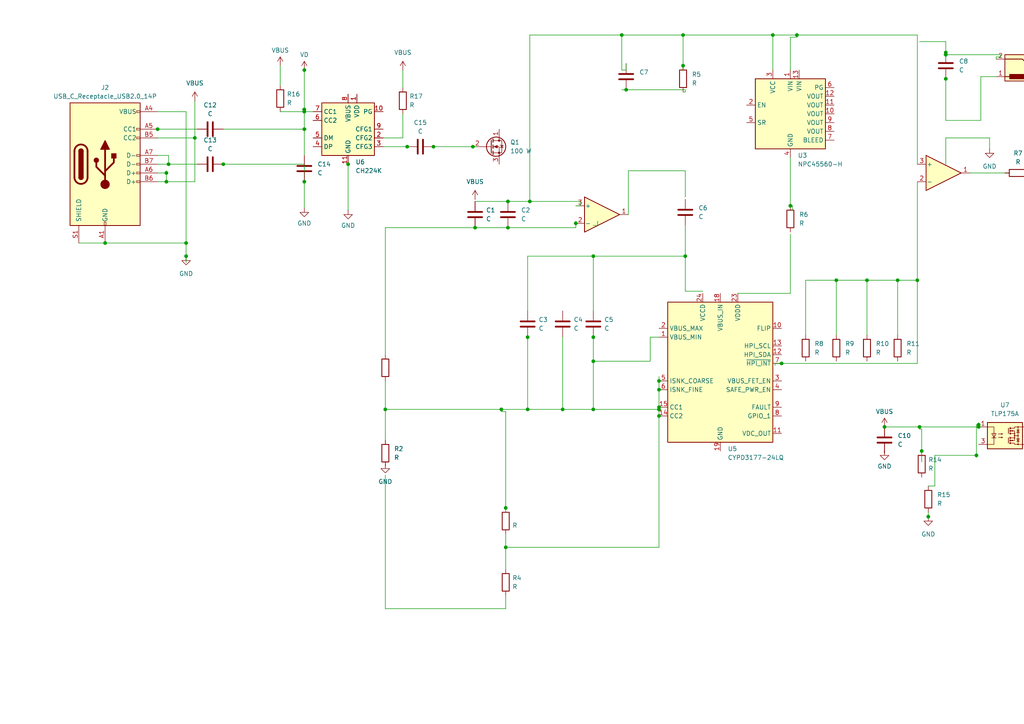
<source format=kicad_sch>
(kicad_sch (version 20250114) (generator "eeschema") (generator_version "9.0")
  (paper "A4")
  (lib_symbols
    (symbol "Amplifier_Audio:IRS2092S"
      (property "Reference" "U" (at 0 26.035 0))
      (property "Value" "IRS2092S" (at 0 24.13 0))
      (symbol "IRS2092S_0_1"
        (rectangle (start -7.62 -20.32) (end 7.62 22.86) (stroke (width 0.254)) (fill (type background)))
      )
      (symbol "IRS2092S_1_1"
        (pin power_in line (at -10.16 20.32 0) (length 2.54) (name "VAA") (number "1"))
        (pin input line (at -10.16 15.24 0) (length 2.54) (name "IN-") (number "3"))
        (pin output line (at -10.16 12.7 0) (length 2.54) (name "COMP") (number "4"))
        (pin power_in line (at -10.16 5.08 0) (length 2.54) (name "GND") (number "2"))
        (pin passive line (at -10.16 2.54 0) (length 2.54) (name "CSD") (number "5"))
        (pin power_in line (at -10.16 -7.62 0) (length 2.54) (name "VSS") (number "6"))
        (pin power_out line (at -10.16 -12.7 0) (length 2.54) (name "VREF") (number "7"))
        (pin passive line (at -10.16 -15.24 0) (length 2.54) (name "OCSET") (number "8"))
        (pin passive line (at -10.16 -17.78 0) (length 2.54) (name "DT") (number "9"))
        (pin power_in line (at 0 -22.86 90) (length 2.54) (name "COM") (number "10"))
        (pin passive line (at 10.16 20.32 180) (length 2.54) (name "CSH") (number "16"))
        (pin power_in line (at 10.16 17.78 180) (length 2.54) (name "VB") (number "15"))
        (pin output line (at 10.16 7.62 180) (length 2.54) (name "HO") (number "14"))
        (pin passive line (at 10.16 5.08 180) (length 2.54) (name "VS") (number "13"))
        (pin power_in line (at 10.16 -5.08 180) (length 2.54) (name "VCC") (number "12"))
        (pin output line (at 10.16 -15.24 180) (length 2.54) (name "LO") (number "11"))
      )
    )
    (symbol "Amplifier_Operational:LM358" (pin_names (offset 0.127))
      (property "Reference" "U" (at 0 5.08 0))
      (property "Value" "LM358" (at 0 -5.08 0))
      (symbol "LM358_1_1"
        (polyline (pts (xy -5.08 5.08) (xy 5.08 0) (xy -5.08 -5.08) (xy -5.08 5.08)) (stroke (width 0.254)) (fill (type background)))
        (pin input line (at -7.62 2.54 0) (length 2.54) (name "+") (number "3"))
        (pin input line (at -7.62 -2.54 0) (length 2.54) (name "-") (number "2"))
        (pin output line (at 7.62 0 180) (length 2.54) (name "~") (number "1"))
      )
      (symbol "LM358_2_1"
        (polyline (pts (xy -5.08 5.08) (xy 5.08 0) (xy -5.08 -5.08) (xy -5.08 5.08)) (stroke (width 0.254)) (fill (type background)))
        (pin input line (at -7.62 2.54 0) (length 2.54) (name "+") (number "5"))
        (pin input line (at -7.62 -2.54 0) (length 2.54) (name "-") (number "6"))
        (pin output line (at 7.62 0 180) (length 2.54) (name "~") (number "7"))
      )
      (symbol "LM358_3_1"
        (pin power_in line (at -2.54 7.62 270) (length 3.81) (name "V+") (number "8"))
        (pin power_in line (at -2.54 -7.62 90) (length 3.81) (name "V-") (number "4"))
      )
    )
    (symbol "Connector:Barrel_Jack" (pin_names (offset 1.016))
      (property "Reference" "J" (at 0 5.334 0))
      (property "Value" "Barrel_Jack" (at 0 -5.08 0))
      (symbol "Barrel_Jack_0_1"
        (rectangle (start -5.08 3.81) (end 5.08 -3.81) (stroke (width 0.254)) (fill (type background)))
        (polyline (pts (xy -3.81 -2.54) (xy -2.54 -2.54) (xy -1.27 -1.27) (xy 0 -2.54) (xy 2.54 -2.54) (xy 5.08 -2.54)) (stroke (width 0.254)))
        (arc (start -3.302 1.905) (mid -3.9343 2.54) (end -3.302 3.175) (stroke (width 0.254)))
        (arc (start -3.302 1.905) (mid -3.9343 2.54) (end -3.302 3.175) (stroke (width 0.254)) (fill (type outline)))
        (rectangle (start 3.683 3.175) (end -3.302 1.905) (stroke (width 0.254)) (fill (type outline)))
        (polyline (pts (xy 5.08 2.54) (xy 3.81 2.54)) (stroke (width 0.254)))
      )
      (symbol "Barrel_Jack_1_1"
        (pin passive line (at 7.62 2.54 180) (length 2.54) (name "~") (number "1"))
        (pin passive line (at 7.62 -2.54 180) (length 2.54) (name "~") (number "2"))
      )
    )
    (symbol "Connector:USB_C_Receptacle_USB2.0_14P" (pin_names (offset 1.016))
      (property "Reference" "J" (at 0 22.225 0))
      (property "Value" "USB_C_Receptacle_USB2.0_14P" (at 0 19.685 0))
      (symbol "USB_C_Receptacle_USB2.0_14P_0_0"
        (rectangle (start -0.254 -17.78) (end 0.254 -16.764))
        (rectangle (start 10.16 15.494) (end 9.144 14.986))
        (rectangle (start 10.16 10.414) (end 9.144 9.906))
        (rectangle (start 10.16 7.874) (end 9.144 7.366))
        (rectangle (start 10.16 2.794) (end 9.144 2.286))
        (rectangle (start 10.16 0.254) (end 9.144 -0.254))
        (rectangle (start 10.16 -2.286) (end 9.144 -2.794))
        (rectangle (start 10.16 -4.826) (end 9.144 -5.334))
      )
      (symbol "USB_C_Receptacle_USB2.0_14P_0_1"
        (rectangle (start -10.16 17.78) (end 10.16 -17.78) (stroke (width 0.254)) (fill (type background)))
        (polyline (pts (xy -8.89 -3.81) (xy -8.89 3.81)) (stroke (width 0.508)))
        (rectangle (start -7.62 -3.81) (end -6.35 3.81) (stroke (width 0.254)) (fill (type outline)))
        (arc (start -7.62 3.81) (mid -6.985 4.4423) (end -6.35 3.81) (stroke (width 0.254)))
        (arc (start -7.62 3.81) (mid -6.985 4.4423) (end -6.35 3.81) (stroke (width 0.254)) (fill (type outline)))
        (arc (start -8.89 3.81) (mid -6.985 5.7067) (end -5.08 3.81) (stroke (width 0.508)))
        (arc (start -5.08 -3.81) (mid -6.985 -5.7067) (end -8.89 -3.81) (stroke (width 0.508)))
        (arc (start -6.35 -3.81) (mid -6.985 -4.4423) (end -7.62 -3.81) (stroke (width 0.254)))
        (arc (start -6.35 -3.81) (mid -6.985 -4.4423) (end -7.62 -3.81) (stroke (width 0.254)) (fill (type outline)))
        (polyline (pts (xy -5.08 3.81) (xy -5.08 -3.81)) (stroke (width 0.508)))
        (circle (center -2.54 1.143) (radius 0.635) (stroke (width 0.254)) (fill (type outline)))
        (polyline (pts (xy -1.27 4.318) (xy 0 6.858) (xy 1.27 4.318) (xy -1.27 4.318)) (stroke (width 0.254)) (fill (type outline)))
        (polyline (pts (xy 0 -2.032) (xy 2.54 0.508) (xy 2.54 1.778)) (stroke (width 0.508)))
        (polyline (pts (xy 0 -3.302) (xy -2.54 -0.762) (xy -2.54 0.508)) (stroke (width 0.508)))
        (polyline (pts (xy 0 -5.842) (xy 0 4.318)) (stroke (width 0.508)))
        (circle (center 0 -5.842) (radius 1.27) (fill (type outline)))
        (rectangle (start 1.905 1.778) (end 3.175 3.048) (stroke (width 0.254)) (fill (type outline)))
      )
      (symbol "USB_C_Receptacle_USB2.0_14P_1_1"
        (pin passive line (at -7.62 -22.86 90) (length 5.08) (name "SHIELD") (number "S1"))
        (pin passive line (at 0 -22.86 90) (length 5.08) (name "GND") (number "A1"))
        (pin passive line (at 0 -22.86 90) (length 5.08) (hide yes) (name "GND") (number "A12"))
        (pin passive line (at 0 -22.86 90) (length 5.08) (hide yes) (name "GND") (number "B1"))
        (pin passive line (at 0 -22.86 90) (length 5.08) (hide yes) (name "GND") (number "B12"))
        (pin passive line (at 15.24 15.24 180) (length 5.08) (name "VBUS") (number "A4"))
        (pin passive line (at 15.24 15.24 180) (length 5.08) (hide yes) (name "VBUS") (number "A9"))
        (pin passive line (at 15.24 15.24 180) (length 5.08) (hide yes) (name "VBUS") (number "B4"))
        (pin passive line (at 15.24 15.24 180) (length 5.08) (hide yes) (name "VBUS") (number "B9"))
        (pin bidirectional line (at 15.24 10.16 180) (length 5.08) (name "CC1") (number "A5"))
        (pin bidirectional line (at 15.24 7.62 180) (length 5.08) (name "CC2") (number "B5"))
        (pin bidirectional line (at 15.24 2.54 180) (length 5.08) (name "D-") (number "A7"))
        (pin bidirectional line (at 15.24 0 180) (length 5.08) (name "D-") (number "B7"))
        (pin bidirectional line (at 15.24 -2.54 180) (length 5.08) (name "D+") (number "A6"))
        (pin bidirectional line (at 15.24 -5.08 180) (length 5.08) (name "D+") (number "B6"))
      )
    )
    (symbol "Device:C" (pin_numbers (hide yes)) (pin_names (offset 0.254))
      (property "Reference" "C" (at 0.635 2.54 0))
      (property "Value" "C" (at 0.635 -2.54 0))
      (symbol "C_0_1"
        (polyline (pts (xy -2.032 0.762) (xy 2.032 0.762)) (stroke (width 0.508)))
        (polyline (pts (xy -2.032 -0.762) (xy 2.032 -0.762)) (stroke (width 0.508)))
      )
      (symbol "C_1_1"
        (pin passive line (at 0 3.81 270) (length 2.794) (name "~") (number "1"))
        (pin passive line (at 0 -3.81 90) (length 2.794) (name "~") (number "2"))
      )
    )
    (symbol "Device:R" (pin_numbers (hide yes)) (pin_names (offset 0))
      (property "Reference" "R" (at 2.032 0 90))
      (property "Value" "R" (at 0 0 90))
      (symbol "R_0_1"
        (rectangle (start -1.016 -2.54) (end 1.016 2.54) (stroke (width 0.254)))
      )
      (symbol "R_1_1"
        (pin passive line (at 0 3.81 270) (length 1.27) (name "~") (number "1"))
        (pin passive line (at 0 -3.81 90) (length 1.27) (name "~") (number "2"))
      )
    )
    (symbol "Interface_USB:CH224K"
      (property "Reference" "U" (at -7.874 -8.89 0))
      (property "Value" "CH224K" (at 3.048 -8.89 0))
      (symbol "CH224K_1_1"
        (rectangle (start -7.62 7.62) (end 7.62 -7.62) (stroke (width 0.254)) (fill (type background)))
        (pin bidirectional line (at -10.16 5.08 0) (length 2.54) (name "CC1") (number "7"))
        (pin bidirectional line (at -10.16 2.54 0) (length 2.54) (name "CC2") (number "6"))
        (pin bidirectional line (at -10.16 -2.54 0) (length 2.54) (name "DM") (number "5"))
        (pin bidirectional line (at -10.16 -5.08 0) (length 2.54) (name "DP") (number "4"))
        (pin passive line (at 0 10.16 270) (length 2.54) (name "VBUS") (number "8"))
        (pin power_in line (at 0 -10.16 90) (length 2.54) (name "GND") (number "11"))
        (pin power_in line (at 2.54 10.16 270) (length 2.54) (name "VDD") (number "1"))
        (pin open_collector line (at 10.16 5.08 180) (length 2.54) (name "PG") (number "10"))
        (pin passive line (at 10.16 0 180) (length 2.54) (name "CFG1") (number "9"))
        (pin passive line (at 10.16 -2.54 180) (length 2.54) (name "CFG2") (number "2"))
        (pin passive line (at 10.16 -5.08 180) (length 2.54) (name "CFG3") (number "3"))
      )
    )
    (symbol "Interface_USB:CYPD3177-24LQ"
      (property "Reference" "U" (at -13.97 21.59 0))
      (property "Value" "CYPD3177-24LQ" (at 10.16 -21.59 0))
      (symbol "CYPD3177-24LQ_0_1"
        (rectangle (start -15.24 20.32) (end 15.24 -20.32) (stroke (width 0.254)) (fill (type background)))
      )
      (symbol "CYPD3177-24LQ_1_1"
        (pin input line (at -17.78 12.7 0) (length 2.54) (name "VBUS_MAX") (number "2"))
        (pin input line (at -17.78 10.16 0) (length 2.54) (name "VBUS_MIN") (number "1"))
        (pin input line (at -17.78 -2.54 0) (length 2.54) (name "ISNK_COARSE") (number "5"))
        (pin input line (at -17.78 -5.08 0) (length 2.54) (name "ISNK_FINE") (number "6"))
        (pin bidirectional line (at -17.78 -10.16 0) (length 2.54) (name "CC1") (number "15"))
        (pin bidirectional line (at -17.78 -12.7 0) (length 2.54) (name "CC2") (number "14"))
        (pin no_connect line (at -15.24 5.08 0) (length 2.54) (hide yes) (name "NC") (number "17"))
        (pin no_connect line (at -15.24 2.54 0) (length 2.54) (hide yes) (name "NC") (number "16"))
        (pin power_out line (at -5.08 22.86 270) (length 2.54) (name "VCCD") (number "24"))
        (pin power_in line (at 0 22.86 270) (length 2.54) (name "VBUS_IN") (number "18"))
        (pin power_in line (at 0 -22.86 90) (length 2.54) (name "GND") (number "19"))
        (pin passive line (at 0 -22.86 90) (length 2.54) (hide yes) (name "GND") (number "22"))
        (pin passive line (at 0 -22.86 90) (length 2.54) (hide yes) (name "GND") (number "25"))
        (pin power_out line (at 5.08 22.86 270) (length 2.54) (name "VDDD") (number "23"))
        (pin no_connect line (at 15.24 17.78 180) (length 2.54) (hide yes) (name "NC") (number "20"))
        (pin no_connect line (at 15.24 15.24 180) (length 2.54) (hide yes) (name "NC") (number "21"))
        (pin output line (at 17.78 12.7 180) (length 2.54) (name "FLIP") (number "10"))
        (pin bidirectional line (at 17.78 7.62 180) (length 2.54) (name "HPI_SCL") (number "13"))
        (pin bidirectional line (at 17.78 5.08 180) (length 2.54) (name "HPI_SDA") (number "12"))
        (pin input line (at 17.78 2.54 180) (length 2.54) (name "~{HPI_INT}") (number "7"))
        (pin output line (at 17.78 -2.54 180) (length 2.54) (name "VBUS_FET_EN") (number "3"))
        (pin output line (at 17.78 -5.08 180) (length 2.54) (name "SAFE_PWR_EN") (number "4"))
        (pin output line (at 17.78 -10.16 180) (length 2.54) (name "FAULT") (number "9"))
        (pin bidirectional line (at 17.78 -12.7 180) (length 2.54) (name "GPIO_1") (number "8"))
        (pin output line (at 17.78 -17.78 180) (length 2.54) (name "VDC_OUT") (number "11"))
      )
    )
    (symbol "Motor:Fan" (pin_names (offset 0))
      (property "Reference" "M" (at 2.54 5.08 0))
      (property "Value" "Fan" (at 2.54 -2.54 0))
      (symbol "Fan_0_1"
        (arc (start 0 3.81) (mid -0.0015 0.9048) (end -2.54 -0.508))
        (polyline (pts (xy 0 4.572) (xy 0 5.08)))
        (polyline (pts (xy 0 4.2672) (xy 0 4.6228)))
        (circle (center 0 1.016) (radius 3.2512) (stroke (width 0.254)))
        (arc (start -2.54 -0.508) (mid 0 1.0618) (end 2.54 -0.508))
        (polyline (pts (xy 0 -2.2352) (xy 0 -2.6416)))
        (polyline (pts (xy 0 -5.08) (xy 0 -4.572)))
        (arc (start 2.54 -0.508) (mid 0.047 0.9315) (end 0 3.81))
      )
      (symbol "Fan_1_1"
        (pin passive line (at 0 7.62 270) (length 2.54) (name "+") (number "1"))
        (pin passive line (at 0 -5.08 90) (length 2.54) (name "-") (number "2"))
      )
    )
    (symbol "Power_Management:NPC45560-H"
      (property "Reference" "U" (at 8.89 11.43 0))
      (property "Value" "NPC45560-H" (at 13.97 -11.43 0))
      (symbol "NPC45560-H_0_1"
        (rectangle (start -10.16 10.16) (end 10.16 -10.16) (stroke (width 0.254)) (fill (type background)))
      )
      (symbol "NPC45560-H_1_1"
        (pin input line (at -12.7 2.54 0) (length 2.54) (name "EN") (number "2"))
        (pin input line (at -12.7 -2.54 0) (length 2.54) (name "SR") (number "5"))
        (pin power_in line (at -5.08 12.7 270) (length 2.54) (name "VCC") (number "3"))
        (pin power_in line (at 0 12.7 270) (length 2.54) (name "VIN") (number "1"))
        (pin power_in line (at 0 -12.7 90) (length 2.54) (name "GND") (number "4"))
        (pin power_in line (at 2.54 12.7 270) (length 2.54) (name "VIN") (number "13"))
        (pin open_collector line (at 12.7 7.62 180) (length 2.54) (name "PG") (number "6"))
        (pin power_out line (at 12.7 5.08 180) (length 2.54) (name "VOUT") (number "12"))
        (pin passive line (at 12.7 2.54 180) (length 2.54) (name "VOUT") (number "11"))
        (pin passive line (at 12.7 0 180) (length 2.54) (name "VOUT") (number "10"))
        (pin passive line (at 12.7 -2.54 180) (length 2.54) (name "VOUT") (number "9"))
        (pin passive line (at 12.7 -5.08 180) (length 2.54) (name "VOUT") (number "8"))
        (pin input line (at 12.7 -7.62 180) (length 2.54) (name "BLEED") (number "7"))
      )
    )
    (symbol "Relay_SolidState:TLP175A"
      (property "Reference" "U" (at -5.08 4.953 0))
      (property "Value" "TLP175A" (at -5.08 -5.08 0))
      (symbol "TLP175A_0_1"
        (rectangle (start -5.08 3.81) (end 5.08 -3.81) (stroke (width 0.254)) (fill (type background)))
        (polyline (pts (xy -5.08 2.54) (xy -3.175 2.54) (xy -3.175 -2.54) (xy -5.08 -2.54)))
        (polyline (pts (xy -3.81 -0.635) (xy -2.54 -0.635)))
        (polyline (pts (xy -3.175 -0.635) (xy -3.81 0.635) (xy -2.54 0.635) (xy -3.175 -0.635)))
        (polyline (pts (xy -1.905 0.508) (xy -0.635 0.508) (xy -1.016 0.381) (xy -1.016 0.635) (xy -0.635 0.508)))
        (polyline (pts (xy -1.905 -0.508) (xy -0.635 -0.508) (xy -1.016 -0.635) (xy -1.016 -0.381) (xy -0.635 -0.508)))
        (polyline (pts (xy 1.016 2.159) (xy 1.016 0.635)) (stroke (width 0.2032)))
        (polyline (pts (xy 1.016 -0.635) (xy 1.016 -2.159)) (stroke (width 0.2032)))
        (polyline (pts (xy 1.524 2.286) (xy 1.524 2.032) (xy 1.524 2.032)) (stroke (width 0.3556)))
        (polyline (pts (xy 1.524 1.524) (xy 1.524 1.27) (xy 1.524 1.27)) (stroke (width 0.3556)))
        (polyline (pts (xy 1.524 0.762) (xy 1.524 0.508) (xy 1.524 0.508)) (stroke (width 0.3556)))
        (polyline (pts (xy 1.524 -0.508) (xy 1.524 -0.762)) (stroke (width 0.3556)))
        (polyline (pts (xy 1.524 -1.27) (xy 1.524 -1.524) (xy 1.524 -1.524)) (stroke (width 0.3556)))
        (polyline (pts (xy 1.524 -2.032) (xy 1.524 -2.286) (xy 1.524 -2.286)) (stroke (width 0.3556)))
        (polyline (pts (xy 1.651 2.159) (xy 2.794 2.159) (xy 2.794 2.54) (xy 5.08 2.54)))
        (polyline (pts (xy 1.651 1.397) (xy 2.794 1.397) (xy 2.794 0.635)))
        (polyline (pts (xy 1.651 -0.635) (xy 2.794 -0.635) (xy 2.794 0.635) (xy 1.651 0.635)))
        (polyline (pts (xy 1.651 -1.397) (xy 2.794 -1.397) (xy 2.794 -0.635)))
        (polyline (pts (xy 1.651 -2.159) (xy 2.794 -2.159) (xy 2.794 -2.54) (xy 5.08 -2.54)))
        (polyline (pts (xy 1.778 1.397) (xy 2.286 1.524) (xy 2.286 1.27) (xy 1.778 1.397)))
        (polyline (pts (xy 1.778 -1.397) (xy 2.286 -1.27) (xy 2.286 -1.524) (xy 1.778 -1.397)))
        (circle (center 2.794 0.635) (radius 0.127))
        (polyline (pts (xy 2.794 0) (xy 3.81 0)))
        (circle (center 2.794 0) (radius 0.127))
        (circle (center 2.794 -0.635) (radius 0.127))
        (polyline (pts (xy 3.429 1.651) (xy 4.191 1.651)))
        (polyline (pts (xy 3.429 -1.651) (xy 4.191 -1.651)))
        (circle (center 3.81 2.54) (radius 0.127))
        (polyline (pts (xy 3.81 1.651) (xy 3.429 0.889) (xy 4.191 0.889) (xy 3.81 1.651)))
        (circle (center 3.81 0) (radius 0.127))
        (polyline (pts (xy 3.81 -1.651) (xy 3.429 -0.889) (xy 4.191 -0.889) (xy 3.81 -1.651)))
        (polyline (pts (xy 3.81 -2.54) (xy 3.81 2.54)))
        (circle (center 3.81 -2.54) (radius 0.127))
      )
      (symbol "TLP175A_1_1"
        (pin passive line (at -7.62 2.54 0) (length 2.54) (name "~") (number "1"))
        (pin passive line (at -7.62 -2.54 0) (length 2.54) (name "~") (number "3"))
        (pin passive line (at 7.62 2.54 180) (length 2.54) (name "~") (number "6"))
        (pin passive line (at 7.62 -2.54 180) (length 2.54) (name "~") (number "4"))
      )
    )
    (symbol "Transistor_FET:BS108" (pin_names (hide yes))
      (property "Reference" "Q" (at 5.08 1.905 0))
      (property "Value" "BS108" (at 5.08 0 0))
      (symbol "BS108_0_1"
        (polyline (pts (xy 0.254 1.905) (xy 0.254 -1.905)) (stroke (width 0.254)))
        (polyline (pts (xy 0.254 0) (xy -2.54 0)))
        (polyline (pts (xy 0.762 2.286) (xy 0.762 1.27)) (stroke (width 0.254)))
        (polyline (pts (xy 0.762 0.508) (xy 0.762 -0.508)) (stroke (width 0.254)))
        (polyline (pts (xy 0.762 -1.27) (xy 0.762 -2.286)) (stroke (width 0.254)))
        (polyline (pts (xy 0.762 -1.778) (xy 3.302 -1.778) (xy 3.302 1.778) (xy 0.762 1.778)))
        (polyline (pts (xy 1.016 0) (xy 2.032 0.381) (xy 2.032 -0.381) (xy 1.016 0)) (fill (type outline)))
        (circle (center 1.651 0) (radius 2.794) (stroke (width 0.254)))
        (polyline (pts (xy 2.54 2.54) (xy 2.54 1.778)))
        (circle (center 2.54 1.778) (radius 0.254) (fill (type outline)))
        (circle (center 2.54 -1.778) (radius 0.254) (fill (type outline)))
        (polyline (pts (xy 2.54 -2.54) (xy 2.54 0) (xy 0.762 0)))
        (polyline (pts (xy 2.794 0.508) (xy 2.921 0.381) (xy 3.683 0.381) (xy 3.81 0.254)))
        (polyline (pts (xy 3.302 0.381) (xy 2.921 -0.254) (xy 3.683 -0.254) (xy 3.302 0.381)))
      )
      (symbol "BS108_1_1"
        (pin input line (at -5.08 0 0) (length 2.54) (name "G") (number "2"))
        (pin passive line (at 2.54 5.08 270) (length 2.54) (name "D") (number "1"))
        (pin passive line (at 2.54 -5.08 90) (length 2.54) (name "S") (number "3"))
      )
    )
    (symbol "power:GND" (power) (pin_numbers (hide yes)) (pin_names (offset 0) (hide yes))
      (property "Value" "GND" (at 0 -3.81 0))
      (symbol "GND_0_1"
        (polyline (pts (xy 0 0) (xy 0 -1.27) (xy 1.27 -1.27) (xy 0 -2.54) (xy -1.27 -1.27) (xy 0 -1.27)))
      )
      (symbol "GND_1_1"
        (pin power_in line (at 0 0 270) (length 0) (name "~") (number "1"))
      )
    )
    (symbol "power:VBUS" (power) (pin_numbers (hide yes)) (pin_names (offset 0) (hide yes))
      (property "Value" "VBUS" (at 0 3.556 0))
      (symbol "VBUS_0_1"
        (polyline (pts (xy -0.762 1.27) (xy 0 2.54)))
        (polyline (pts (xy 0 2.54) (xy 0.762 1.27)))
        (polyline (pts (xy 0 0) (xy 0 2.54)))
      )
      (symbol "VBUS_1_1"
        (pin power_in line (at 0 0 90) (length 0) (name "~") (number "1"))
      )
    )
    (symbol "power:VD" (power) (pin_numbers (hide yes)) (pin_names (offset 0) (hide yes))
      (property "Value" "VD" (at 0 3.556 0))
      (symbol "VD_0_1"
        (polyline (pts (xy -0.762 1.27) (xy 0 2.54)))
        (polyline (pts (xy 0 2.54) (xy 0.762 1.27)))
        (polyline (pts (xy 0 0) (xy 0 2.54)))
      )
      (symbol "VD_1_1"
        (pin power_in line (at 0 0 90) (length 0) (name "~") (number "1"))
      )
    )
  )
  (junction (at 153.035 97.79))
  (junction (at 266.065 81.28))
  (junction (at 145.415 118.745))
  (junction (at 137.795 66.04))
  (junction (at 53.975 70.485))
  (junction (at 283.845 123.19))
  (junction (at 48.26 52.705))
  (junction (at 198.12 10.16))
  (junction (at 283.21 132.08))
  (junction (at 53.975 74.295))
  (junction (at 191.135 113.03))
  (junction (at 274.32 15.24))
  (junction (at 229.235 59.69))
  (junction (at 172.085 104.775))
  (junction (at 64.77 47.625))
  (junction (at 198.755 74.295))
  (junction (at 147.32 66.04))
  (junction (at 180.34 10.16))
  (junction (at 198.12 19.05))
  (junction (at 30.48 70.485))
  (junction (at 251.46 81.28))
  (junction (at 299.085 128.905))
  (junction (at 88.265 31.75))
  (junction (at 191.135 120.65))
  (junction (at 274.32 22.86))
  (junction (at 231.14 10.16))
  (junction (at 48.895 47.625))
  (junction (at 137.16 42.545))
  (junction (at 260.35 81.28))
  (junction (at 153.67 58.42))
  (junction (at 256.54 123.825))
  (junction (at 283.845 123.825))
  (junction (at 88.265 37.465))
  (junction (at 56.515 40.005))
  (junction (at 181.61 26.035))
  (junction (at 146.685 158.75))
  (junction (at 88.265 20.32))
  (junction (at 226.695 105.41))
  (junction (at 48.26 50.165))
  (junction (at 269.24 149.86))
  (junction (at 313.69 123.825))
  (junction (at 172.085 74.295))
  (junction (at 118.11 42.545))
  (junction (at 266.7 123.825))
  (junction (at 224.155 10.16))
  (junction (at 329.565 53.975))
  (junction (at 191.135 110.49))
  (junction (at 125.73 42.545))
  (junction (at 147.32 58.42))
  (junction (at 191.135 118.745))
  (junction (at 88.265 32.385))
  (junction (at 340.995 140.335))
  (junction (at 167.005 64.77))
  (junction (at 242.57 81.28))
  (junction (at 274.32 15.875))
  (junction (at 191.135 118.11))
  (junction (at 313.69 129.54))
  (junction (at 45.72 37.465))
  (junction (at 172.085 118.745))
  (junction (at 146.685 147.32))
  (junction (at 88.265 52.705))
  (junction (at 313.69 123.19))
  (junction (at 267.335 130.81))
  (junction (at 100.965 47.625))
  (junction (at 153.035 118.745))
  (junction (at 301.625 50.165))
  (junction (at 163.195 118.745))
  (junction (at 111.76 118.745))
  (junction (at 172.085 97.79))
  (wire (pts (xy 111.76 66.04) (xy 137.795 66.04)))
  (wire (pts (xy 168.275 59.69) (xy 167.005 59.69)))
  (wire (pts (xy 256.54 123.825) (xy 266.7 123.825)))
  (wire (pts (xy 229.87 60.96) (xy 229.87 59.69)))
  (wire (pts (xy 283.21 132.08) (xy 271.145 132.08)))
  (wire (pts (xy 180.34 10.16) (xy 198.12 10.16)))
  (wire (pts (xy 297.815 128.905) (xy 299.085 128.905)))
  (wire (pts (xy 116.84 33.02) (xy 116.84 40.005)))
  (wire (pts (xy 284.48 22.225) (xy 284.48 34.925)))
  (wire (pts (xy 340.995 140.335) (xy 340.995 122.555)))
  (wire (pts (xy 313.69 122.555) (xy 313.69 123.19)))
  (wire (pts (xy 111.76 118.745) (xy 111.76 127.635)))
  (wire (pts (xy 266.065 52.705) (xy 266.065 81.28)))
  (wire (pts (xy 182.245 62.23) (xy 182.245 49.53)))
  (wire (pts (xy 299.085 128.905) (xy 305.435 128.905)))
  (wire (pts (xy 251.46 81.28) (xy 260.35 81.28)))
  (wire (pts (xy 290.195 15.875) (xy 290.195 16.51)))
  (wire (pts (xy 233.68 81.28) (xy 242.57 81.28)))
  (wire (pts (xy 180.34 20.32) (xy 181.61 20.32)))
  (wire (pts (xy 153.035 118.745) (xy 163.195 118.745)))
  (wire (pts (xy 88.265 20.32) (xy 88.265 31.75)))
  (wire (pts (xy 118.11 42.545) (xy 118.745 42.545)))
  (wire (pts (xy 274.32 12.065) (xy 274.32 15.24)))
  (wire (pts (xy 45.72 47.625) (xy 48.895 47.625)))
  (wire (pts (xy 180.34 10.16) (xy 180.34 20.32)))
  (wire (pts (xy 45.72 40.005) (xy 56.515 40.005)))
  (wire (pts (xy 191.135 118.11) (xy 191.135 118.745)))
  (wire (pts (xy 64.77 47.625) (xy 88.265 47.625)))
  (wire (pts (xy 340.995 122.555) (xy 313.69 122.555)))
  (wire (pts (xy 88.265 37.465) (xy 88.265 45.085)))
  (wire (pts (xy 168.275 58.42) (xy 168.275 59.69)))
  (wire (pts (xy 213.995 85.09) (xy 229.235 85.09)))
  (wire (pts (xy 125.095 42.545) (xy 125.73 42.545)))
  (wire (pts (xy 53.975 76.2) (xy 53.975 74.295)))
  (wire (pts (xy 81.28 19.05) (xy 81.28 24.765)))
  (wire (pts (xy 146.685 148.59) (xy 146.685 147.32)))
  (wire (pts (xy 229.235 59.69) (xy 229.235 45.72)))
  (wire (pts (xy 64.135 47.625) (xy 64.77 47.625)))
  (wire (pts (xy 231.14 10.795) (xy 229.235 10.795)))
  (wire (pts (xy 274.32 15.24) (xy 274.32 15.875)))
  (wire (pts (xy 146.685 158.75) (xy 191.135 158.75)))
  (wire (pts (xy 111.125 40.005) (xy 116.84 40.005)))
  (wire (pts (xy 340.995 53.975) (xy 329.565 53.975)))
  (wire (pts (xy 81.28 32.385) (xy 88.265 32.385)))
  (wire (pts (xy 146.685 158.75) (xy 146.685 154.94)))
  (wire (pts (xy 299.72 123.825) (xy 313.69 123.825)))
  (wire (pts (xy 242.57 97.155) (xy 242.57 81.28)))
  (wire (pts (xy 274.32 15.875) (xy 274.32 17.145)))
  (wire (pts (xy 283.21 123.19) (xy 283.845 123.19)))
  (wire (pts (xy 48.895 45.085) (xy 48.895 47.625)))
  (wire (pts (xy 138.43 42.545) (xy 137.16 42.545)))
  (wire (pts (xy 274.32 34.925) (xy 284.48 34.925)))
  (wire (pts (xy 229.87 59.69) (xy 229.235 59.69)))
  (wire (pts (xy 314.325 123.825) (xy 314.325 123.19)))
  (wire (pts (xy 271.145 140.97) (xy 269.24 140.97)))
  (wire (pts (xy 283.845 122.555) (xy 283.845 123.19)))
  (wire (pts (xy 233.68 97.155) (xy 233.68 81.28)))
  (wire (pts (xy 188.595 97.79) (xy 188.595 104.775)))
  (wire (pts (xy 111.76 102.87) (xy 111.76 66.04)))
  (wire (pts (xy 48.26 49.53) (xy 48.26 50.165)))
  (wire (pts (xy 153.035 97.155) (xy 153.035 97.79)))
  (wire (pts (xy 290.195 16.51) (xy 288.925 16.51)))
  (wire (pts (xy 198.755 84.455) (xy 203.835 84.455)))
  (wire (pts (xy 146.685 165.1) (xy 146.685 158.75)))
  (wire (pts (xy 287.02 40.005) (xy 287.02 43.18)))
  (wire (pts (xy 172.085 97.79) (xy 172.085 104.775)))
  (wire (pts (xy 163.195 118.745) (xy 172.085 118.745)))
  (wire (pts (xy 251.46 97.155) (xy 251.46 81.28)))
  (wire (pts (xy 45.72 37.465) (xy 57.15 37.465)))
  (wire (pts (xy 100.965 60.96) (xy 100.965 47.625)))
  (wire (pts (xy 181.61 20.32) (xy 181.61 18.415)))
  (wire (pts (xy 191.135 110.49) (xy 191.135 113.03)))
  (wire (pts (xy 224.79 105.41) (xy 224.79 106.045)))
  (wire (pts (xy 320.675 147.955) (xy 320.675 140.335)))
  (wire (pts (xy 269.24 148.59) (xy 269.24 149.86)))
  (wire (pts (xy 173.355 65.405) (xy 172.085 65.405)))
  (wire (pts (xy 266.065 10.16) (xy 266.065 47.625)))
  (wire (pts (xy 53.975 70.485) (xy 53.975 74.295)))
  (wire (pts (xy 191.135 113.03) (xy 191.135 118.11)))
  (wire (pts (xy 188.595 97.79) (xy 191.135 97.79)))
  (wire (pts (xy 173.355 64.135) (xy 173.355 65.405)))
  (wire (pts (xy 88.265 52.705) (xy 88.265 60.325)))
  (wire (pts (xy 274.32 22.86) (xy 274.32 34.925)))
  (wire (pts (xy 191.135 120.65) (xy 191.135 158.75)))
  (wire (pts (xy 305.435 147.955) (xy 320.675 147.955)))
  (wire (pts (xy 145.415 119.38) (xy 145.415 118.745)))
  (wire (pts (xy 153.67 10.16) (xy 180.34 10.16)))
  (wire (pts (xy 329.565 53.975) (xy 328.93 53.975)))
  (wire (pts (xy 288.925 16.51) (xy 288.925 17.145)))
  (wire (pts (xy 231.14 10.16) (xy 266.065 10.16)))
  (wire (pts (xy 283.21 132.715) (xy 283.21 132.08)))
  (wire (pts (xy 226.695 105.41) (xy 224.79 105.41)))
  (wire (pts (xy 181.61 26.035) (xy 198.755 26.035)))
  (wire (pts (xy 172.085 118.745) (xy 191.135 118.745)))
  (wire (pts (xy 137.795 66.04) (xy 147.32 66.04)))
  (wire (pts (xy 198.755 74.295) (xy 198.755 84.455)))
  (wire (pts (xy 180.34 26.035) (xy 181.61 26.035)))
  (wire (pts (xy 266.7 124.46) (xy 266.7 123.825)))
  (wire (pts (xy 273.685 15.875) (xy 274.32 15.875)))
  (wire (pts (xy 198.755 26.035) (xy 198.755 26.67)))
  (wire (pts (xy 48.26 50.165) (xy 45.72 50.165)))
  (wire (pts (xy 163.195 97.79) (xy 163.195 118.745)))
  (wire (pts (xy 198.755 65.405) (xy 198.755 74.295)))
  (wire (pts (xy 320.675 140.335) (xy 340.995 140.335)))
  (wire (pts (xy 167.005 64.77) (xy 167.005 66.04)))
  (wire (pts (xy 116.84 20.32) (xy 116.84 25.4)))
  (wire (pts (xy 111.76 137.795) (xy 111.76 176.53)))
  (wire (pts (xy 299.085 50.165) (xy 301.625 50.165)))
  (wire (pts (xy 172.085 97.155) (xy 172.085 97.79)))
  (wire (pts (xy 191.135 118.745) (xy 191.135 120.65)))
  (wire (pts (xy 271.145 132.08) (xy 271.145 140.97)))
  (wire (pts (xy 305.435 128.905) (xy 305.435 147.955)))
  (wire (pts (xy 64.77 37.465) (xy 88.265 37.465)))
  (wire (pts (xy 313.69 123.825) (xy 313.69 129.54)))
  (wire (pts (xy 111.76 118.745) (xy 145.415 118.745)))
  (wire (pts (xy 147.32 66.04) (xy 167.005 66.04)))
  (wire (pts (xy 340.995 57.785) (xy 340.995 53.975)))
  (wire (pts (xy 88.265 31.75) (xy 88.265 32.385)))
  (wire (pts (xy 313.69 129.54) (xy 313.69 135.255)))
  (wire (pts (xy 100.965 46.99) (xy 100.965 47.625)))
  (wire (pts (xy 242.57 81.28) (xy 251.46 81.28)))
  (wire (pts (xy 198.755 49.53) (xy 198.755 57.15)))
  (wire (pts (xy 198.755 26.67) (xy 198.12 26.67)))
  (wire (pts (xy 274.32 40.005) (xy 287.02 40.005)))
  (wire (pts (xy 266.7 123.825) (xy 283.845 123.825)))
  (wire (pts (xy 267.335 124.46) (xy 267.335 130.81)))
  (wire (pts (xy 198.12 10.16) (xy 224.155 10.16)))
  (wire (pts (xy 45.72 52.705) (xy 48.26 52.705)))
  (wire (pts (xy 172.085 74.295) (xy 198.755 74.295)))
  (wire (pts (xy 172.085 74.295) (xy 172.085 90.17)))
  (wire (pts (xy 45.72 32.385) (xy 53.975 32.385)))
  (wire (pts (xy 198.12 19.05) (xy 198.12 20.32)))
  (wire (pts (xy 30.48 70.485) (xy 53.975 70.485)))
  (wire (pts (xy 198.12 10.16) (xy 198.12 19.05)))
  (wire (pts (xy 288.925 22.225) (xy 284.48 22.225)))
  (wire (pts (xy 301.625 50.165) (xy 305.435 50.165)))
  (wire (pts (xy 48.26 50.165) (xy 48.26 52.705)))
  (wire (pts (xy 281.305 50.165) (xy 291.465 50.165)))
  (wire (pts (xy 45.085 37.465) (xy 45.72 37.465)))
  (wire (pts (xy 266.065 81.28) (xy 266.065 105.41)))
  (wire (pts (xy 153.035 74.295) (xy 172.085 74.295)))
  (wire (pts (xy 274.32 22.225) (xy 274.32 22.86)))
  (wire (pts (xy 269.24 149.86) (xy 269.24 150.495)))
  (wire (pts (xy 182.245 49.53) (xy 198.755 49.53)))
  (wire (pts (xy 260.35 97.155) (xy 260.35 81.28)))
  (wire (pts (xy 88.265 19.685) (xy 88.265 20.32)))
  (wire (pts (xy 88.9 37.465) (xy 88.265 37.465)))
  (wire (pts (xy 266.065 105.41) (xy 226.695 105.41)))
  (wire (pts (xy 56.515 40.005) (xy 56.515 52.705)))
  (wire (pts (xy 153.035 74.295) (xy 153.035 90.17)))
  (wire (pts (xy 153.67 58.42) (xy 168.275 58.42)))
  (wire (pts (xy 56.515 29.21) (xy 56.515 40.005)))
  (wire (pts (xy 88.265 47.625) (xy 88.265 52.705)))
  (wire (pts (xy 146.685 172.72) (xy 146.685 176.53)))
  (wire (pts (xy 145.415 118.745) (xy 153.035 118.745)))
  (wire (pts (xy 224.155 10.16) (xy 224.155 20.32)))
  (wire (pts (xy 153.67 58.42) (xy 153.67 10.16)))
  (wire (pts (xy 229.235 10.795) (xy 229.235 20.32)))
  (wire (pts (xy 305.435 81.915) (xy 308.61 81.915)))
  (wire (pts (xy 274.32 15.875) (xy 290.195 15.875)))
  (wire (pts (xy 231.14 10.795) (xy 231.14 10.16)))
  (wire (pts (xy 147.32 58.42) (xy 153.67 58.42)))
  (wire (pts (xy 314.325 123.825) (xy 313.69 123.825)))
  (wire (pts (xy 22.86 70.485) (xy 30.48 70.485)))
  (wire (pts (xy 146.685 147.32) (xy 146.685 119.38)))
  (wire (pts (xy 267.335 124.46) (xy 266.7 124.46)))
  (wire (pts (xy 88.265 37.465) (xy 88.265 32.385)))
  (wire (pts (xy 267.335 130.81) (xy 267.335 133.985)))
  (wire (pts (xy 305.435 50.165) (xy 305.435 81.915)))
  (wire (pts (xy 274.32 47.625) (xy 274.32 40.005)))
  (wire (pts (xy 125.73 42.545) (xy 137.16 42.545)))
  (wire (pts (xy 153.035 97.79) (xy 153.035 118.745)))
  (wire (pts (xy 313.69 123.19) (xy 314.325 123.19)))
  (wire (pts (xy 87.63 31.75) (xy 88.265 31.75)))
  (wire (pts (xy 266.7 12.065) (xy 274.32 12.065)))
  (wire (pts (xy 146.685 119.38) (xy 145.415 119.38)))
  (wire (pts (xy 111.76 110.49) (xy 111.76 118.745)))
  (wire (pts (xy 313.69 123.19) (xy 313.69 123.825)))
  (wire (pts (xy 48.26 52.705) (xy 56.515 52.705)))
  (wire (pts (xy 111.125 42.545) (xy 118.11 42.545)))
  (wire (pts (xy 283.845 123.19) (xy 283.845 123.825)))
  (wire (pts (xy 48.895 47.625) (xy 57.15 47.625)))
  (wire (pts (xy 137.795 58.42) (xy 147.32 58.42)))
  (wire (pts (xy 283.21 132.08) (xy 283.21 123.19)))
  (wire (pts (xy 88.265 32.385) (xy 90.805 32.385)))
  (wire (pts (xy 260.35 81.28) (xy 266.065 81.28)))
  (wire (pts (xy 45.72 45.085) (xy 48.895 45.085)))
  (wire (pts (xy 53.975 32.385) (xy 53.975 70.485)))
  (wire (pts (xy 224.155 10.16) (xy 231.14 10.16)))
  (wire (pts (xy 229.235 67.945) (xy 229.235 85.09)))
  (wire (pts (xy 172.085 104.775) (xy 188.595 104.775)))
  (wire (pts (xy 191.135 109.22) (xy 191.135 110.49)))
  (wire (pts (xy 111.76 176.53) (xy 146.685 176.53)))
  (wire (pts (xy 172.085 104.775) (xy 172.085 118.745)))
  (wire (pts (xy 167.005 64.135) (xy 167.005 64.77)))
  (symbol (lib_id "Motor:Fan") (at 348.615 140.335 90) (unit 1)
    (property "Reference" "M1" (at 348.615 132.715 90))
    (property "Value" "Fan" (at 348.615 135.255 90))
    (property "Description" "Fan" (effects (hide yes)))
  )
  (symbol (lib_id "Connector:USB_C_Receptacle_USB2.0_14P") (at 30.48 47.625 0) (unit 1)
    (property "Reference" "J2" (at 30.48 25.4 0))
    (property "Value" "USB_C_Receptacle_USB2.0_14P" (at 30.48 27.94 0))
    (property "Datasheet" "https://www.usb.org/sites/default/files/documents/usb_type-c.zip" (effects (hide yes)))
    (property "Description" "USB 2.0-only 14P Type-C Receptacle connector" (effects (hide yes)))
  )
  (symbol (lib_id "Device:C") (at 301.625 53.975 0) (unit 1)
    (property "Reference" "C9" (at 304.8 52.7049 0) (effects (justify left)))
    (property "Value" "C" (at 304.8 55.2449 0) (effects (justify left)))
    (property "Description" "Unpolarized capacitor" (effects (hide yes)))
  )
  (symbol (lib_id "Device:R") (at 251.46 100.965 0) (unit 1)
    (property "Reference" "R10" (at 254 99.6949 0) (effects (justify left)))
    (property "Value" "R" (at 254 102.2349 0) (effects (justify left)))
    (property "Description" "Resistor" (effects (hide yes)))
  )
  (symbol (lib_id "Device:R") (at 111.76 106.68 0) (unit 1)
    (property "Reference" "R1" (effects (hide yes)))
    (property "Value" "R" (effects (hide yes)))
    (property "Description" "Resistor" (effects (hide yes)))
  )
  (symbol (lib_id "Amplifier_Operational:LM358") (at 273.685 50.165 0) (unit 1)
    (property "Reference" "U4" (effects (hide yes)))
    (property "Value" "LM358" (effects (hide yes)))
    (property "Datasheet" "http://www.ti.com/lit/ds/symlink/lm2904-n.pdf" (effects (hide yes)))
    (property "Description" "Low-Power, Dual Operational Amplifiers, DIP-8/SOIC-8/TO-99-8" (effects (hide yes)))
  )
  (symbol (lib_id "power:GND") (at 340.995 65.405 0) (unit 1)
    (property "Reference" "#PWR05" (effects (hide yes)))
    (property "Value" "GND" (at 340.995 69.85 0))
    (property "Description" "Power symbol creates a global label with name \"GND\" , ground" (effects (hide yes)))
  )
  (symbol (lib_id "power:GND") (at 256.54 130.81 0) (unit 1)
    (property "Reference" "#PWR07" (effects (hide yes)))
    (property "Value" "GND" (at 256.54 135.255 0))
    (property "Description" "Power symbol creates a global label with name \"GND\" , ground" (effects (hide yes)))
  )
  (symbol (lib_id "power:GND") (at 100.965 60.96 0) (unit 1)
    (property "Reference" "#PWR015" (effects (hide yes)))
    (property "Value" "GND" (at 100.965 65.405 0))
    (property "Description" "Power symbol creates a global label with name \"GND\" , ground" (effects (hide yes)))
  )
  (symbol (lib_id "power:VBUS") (at 256.54 123.825 0) (unit 1)
    (property "Reference" "#PWR06" (effects (hide yes)))
    (property "Value" "VBUS" (at 256.54 119.38 0))
    (property "Description" "Power symbol creates a global label with name \"VBUS\"" (effects (hide yes)))
  )
  (symbol (lib_id "power:VBUS") (at 56.515 29.21 0) (unit 1)
    (property "Reference" "#PWR010" (effects (hide yes)))
    (property "Value" "VBUS" (at 56.515 24.13 0))
    (property "Description" "Power symbol creates a global label with name \"VBUS\"" (effects (hide yes)))
  )
  (symbol (lib_id "power:GND") (at 111.76 134.62 0) (unit 1)
    (property "Reference" "#PWR01" (effects (hide yes)))
    (property "Value" "GND" (at 111.76 139.7 0))
    (property "Description" "Power symbol creates a global label with name \"GND\" , ground" (effects (hide yes)))
  )
  (symbol (lib_id "Device:C") (at 60.96 37.465 90) (unit 1)
    (property "Reference" "C12" (at 60.96 30.48 90))
    (property "Value" "C" (at 60.96 33.02 90))
    (property "Description" "Unpolarized capacitor" (effects (hide yes)))
  )
  (symbol (lib_id "Device:C") (at 153.035 93.98 0) (unit 1)
    (property "Reference" "C3" (at 156.21 92.7099 0) (effects (justify left)))
    (property "Value" "C" (at 156.21 95.2499 0) (effects (justify left)))
    (property "Description" "Unpolarized capacitor" (effects (hide yes)))
  )
  (symbol (lib_id "Device:C") (at 274.32 19.05 0) (unit 1)
    (property "Reference" "C8" (at 278.13 17.7799 0) (effects (justify left)))
    (property "Value" "C" (at 278.13 20.3199 0) (effects (justify left)))
    (property "Description" "Unpolarized capacitor" (effects (hide yes)))
  )
  (symbol (lib_id "Device:R") (at 260.35 100.965 0) (unit 1)
    (property "Reference" "R11" (at 262.89 99.6949 0) (effects (justify left)))
    (property "Value" "R" (at 262.89 102.2349 0) (effects (justify left)))
    (property "Description" "Resistor" (effects (hide yes)))
  )
  (symbol (lib_id "power:VBUS") (at 137.795 57.785 0) (unit 1)
    (property "Reference" "#PWR03" (effects (hide yes)))
    (property "Value" "VBUS" (at 137.795 52.705 0))
    (property "Description" "Power symbol creates a global label with name \"VBUS\"" (effects (hide yes)))
  )
  (symbol (lib_id "Device:C") (at 60.96 47.625 90) (unit 1)
    (property "Reference" "C13" (at 60.96 40.64 90))
    (property "Value" "C" (at 60.96 43.18 90))
    (property "Description" "Unpolarized capacitor" (effects (hide yes)))
  )
  (symbol (lib_id "Device:C") (at 198.755 61.595 0) (unit 1)
    (property "Reference" "C6" (at 202.565 60.3249 0) (effects (justify left)))
    (property "Value" "C" (at 202.565 62.8649 0) (effects (justify left)))
    (property "Description" "Unpolarized capacitor" (effects (hide yes)))
  )
  (symbol (lib_id "Device:C") (at 256.54 127.635 0) (unit 1)
    (property "Reference" "C10" (at 260.35 126.3649 0) (effects (justify left)))
    (property "Value" "C" (at 260.35 128.9049 0) (effects (justify left)))
    (property "Description" "Unpolarized capacitor" (effects (hide yes)))
  )
  (symbol (lib_id "Device:R") (at 340.995 61.595 0) (unit 1)
    (property "Reference" "R13" (at 342.9 60.3249 0) (effects (justify left)))
    (property "Value" "R" (at 342.9 62.8649 0) (effects (justify left)))
    (property "Description" "Resistor" (effects (hide yes)))
  )
  (symbol (lib_id "Device:R") (at 198.12 22.86 0) (unit 1)
    (property "Reference" "R5" (at 200.66 21.5899 0) (effects (justify left)))
    (property "Value" "R" (at 200.66 24.1299 0) (effects (justify left)))
    (property "Description" "Resistor" (effects (hide yes)))
  )
  (symbol (lib_id "Device:C") (at 121.92 42.545 90) (unit 1)
    (property "Reference" "C15" (at 121.92 35.56 90))
    (property "Value" "C" (at 121.92 38.1 90))
    (property "Description" "Unpolarized capacitor" (effects (hide yes)))
  )
  (symbol (lib_id "power:GND") (at 53.975 74.295 0) (unit 1)
    (property "Reference" "#PWR09" (effects (hide yes)))
    (property "Value" "GND" (at 53.975 79.375 0))
    (property "Description" "Power symbol creates a global label with name \"GND\" , ground" (effects (hide yes)))
  )
  (symbol (lib_id "Transistor_FET:BS108") (at 142.24 42.545 0) (unit 1)
    (property "Reference" "Q1" (at 147.955 41.2749 0) (effects (justify left)))
    (property "Value" "100 W" (at 147.955 43.8149 0) (effects (justify left)))
    (property "Footprint" "Package_TO_SOT_THT:TO-92_Inline" (effects (hide yes)))
    (property "Datasheet" "http://www.redrok.com/MOSFET_BS108_200V_250mA_8O_Vth1.5_TO-92.PDF" (effects (hide yes)))
    (property "Description" "0.25A Id, 200V Vds, N-Channel MOSFET, TO-92" (effects (hide yes)))
  )
  (symbol (lib_id "Device:R") (at 146.685 168.91 0) (unit 1)
    (property "Reference" "R4" (at 148.59 167.6399 0) (effects (justify left)))
    (property "Value" "R" (at 148.59 170.1799 0) (effects (justify left)))
    (property "Description" "Resistor" (effects (hide yes)))
  )
  (symbol (lib_id "power:GND") (at 269.24 149.86 0) (unit 1)
    (property "Reference" "#PWR08" (effects (hide yes)))
    (property "Value" "GND" (at 269.24 154.94 0))
    (property "Description" "Power symbol creates a global label with name \"GND\" , ground" (effects (hide yes)))
  )
  (symbol (lib_id "Interface_USB:CYPD3177-24LQ") (at 208.915 107.95 0) (unit 1)
    (property "Reference" "U5" (at 211.0583 130.175 0) (effects (justify left)))
    (property "Value" "CYPD3177-24LQ" (at 211.0583 132.715 0) (effects (justify left)))
    (property "Footprint" "Package_DFN_QFN:QFN-24-1EP_4x4mm_P0.5mm_EP2.75x2.75mm" (effects (hide yes)))
    (property "Datasheet" "https://www.infineon.com/dgdl/Infineon-EZ-PD_BCR_Datasheet_USB_Type-C_Port_Controller_for_Power_Sinks-DataSheet-v03_00-EN.pdf?fileId=8ac78c8c7d0d8da4017d0ee7ce9d70ad" (effects (hide yes)))
    (property "Description" "Stand-alone USB PD controller (with sink Auto-run mode), QFN-24" (effects (hide yes)))
  )
  (symbol (lib_id "Device:R") (at 111.76 131.445 0) (unit 1)
    (property "Reference" "R2" (at 114.3 130.1749 0) (effects (justify left)))
    (property "Value" "R" (at 114.3 132.7149 0) (effects (justify left)))
    (property "Description" "Resistor" (effects (hide yes)))
  )
  (symbol (lib_id "Device:C") (at 172.085 93.98 0) (unit 1)
    (property "Reference" "C5" (at 175.26 92.7099 0) (effects (justify left)))
    (property "Value" "C" (at 175.26 95.2499 0) (effects (justify left)))
    (property "Description" "Unpolarized capacitor" (effects (hide yes)))
  )
  (symbol (lib_id "Interface_USB:CH224K") (at 100.965 37.465 0) (unit 1)
    (property "Reference" "U6" (at 103.1083 46.99 0) (effects (justify left)))
    (property "Value" "CH224K" (at 103.1083 49.53 0) (effects (justify left)))
    (property "Footprint" "Package_SO:SSOP-10-1EP_3.9x4.9mm_P1mm_EP2.1x3.3mm" (effects (hide yes)))
    (property "Datasheet" "https://www.wch.cn/downloads/file/301.html" (effects (hide yes)))
    (property "Description" "100W USB Type-C PD3.0/2.0, BC1.2 Sink Controller, SSOP-10" (effects (hide yes)))
  )
  (symbol (lib_id "power:VBUS") (at 116.84 20.32 0) (unit 1)
    (property "Reference" "#PWR013" (effects (hide yes)))
    (property "Value" "VBUS" (at 116.84 15.24 0))
    (property "Description" "Power symbol creates a global label with name \"VBUS\"" (effects (hide yes)))
  )
  (symbol (lib_id "Relay_SolidState:TLP175A") (at 291.465 126.365 0) (unit 1)
    (property "Reference" "U7" (at 291.465 117.475 0))
    (property "Value" "TLP175A" (at 291.465 120.015 0))
    (property "Footprint" "Package_SO:Toshiba_SOIC-4-6_4.4x3.6mm_P1.27mm" (effects (hide yes)))
    (property "Datasheet" "https://toshiba.semicon-storage.com/info/docget.jsp?did=13665&prodName=TLP175A" (effects (hide yes)))
    (property "Description" "MOSFET Photorelay 1-Form-A, Voff 60V, Ion 100mA, SOIC-4-6 (MFSOP-4-6)" (effects (hide yes)))
  )
  (symbol (lib_id "Device:R") (at 81.28 28.575 0) (unit 1)
    (property "Reference" "R16" (at 83.185 27.3049 0) (effects (justify left)))
    (property "Value" "R" (at 83.185 29.8449 0) (effects (justify left)))
    (property "Description" "Resistor" (effects (hide yes)))
  )
  (symbol (lib_id "Device:R") (at 229.235 63.5 0) (unit 1)
    (property "Reference" "R6" (at 231.775 62.2299 0) (effects (justify left)))
    (property "Value" "R" (at 231.775 64.7699 0) (effects (justify left)))
    (property "Description" "Resistor" (effects (hide yes)))
  )
  (symbol (lib_id "Device:R") (at 267.335 134.62 0) (unit 1)
    (property "Reference" "R14" (at 269.24 133.3499 0) (effects (justify left)))
    (property "Value" "R" (at 269.24 135.8899 0) (effects (justify left)))
    (property "Description" "Resistor" (effects (hide yes)))
  )
  (symbol (lib_id "Device:R") (at 295.275 50.165 90) (unit 1)
    (property "Reference" "R7" (at 295.275 44.45 90))
    (property "Value" "R" (at 295.275 46.99 90))
    (property "Description" "Resistor" (effects (hide yes)))
  )
  (symbol (lib_id "Device:R") (at 269.24 144.78 0) (unit 1)
    (property "Reference" "R15" (at 271.78 143.5099 0) (effects (justify left)))
    (property "Value" "R" (at 271.78 146.0499 0) (effects (justify left)))
    (property "Description" "Resistor" (effects (hide yes)))
  )
  (symbol (lib_id "Device:C") (at 88.265 48.895 0) (unit 1)
    (property "Reference" "C14" (at 92.075 47.6249 0) (effects (justify left)))
    (property "Value" "C" (at 92.075 50.1649 0) (effects (justify left)))
    (property "Description" "Unpolarized capacitor" (effects (hide yes)))
  )
  (symbol (lib_id "Connector:Barrel_Jack") (at 296.545 19.685 180) (unit 1)
    (property "Reference" "J1" (at 302.895 18.4149 0) (effects (justify right)))
    (property "Value" "Output power Barrel jack" (at 302.895 20.9549 0) (effects (justify right)))
    (property "Description" "DC Barrel Jack" (effects (hide yes)))
  )
  (symbol (lib_id "power:GND") (at 287.02 43.18 0) (unit 1)
    (property "Reference" "#PWR02" (effects (hide yes)))
    (property "Value" "GND" (at 287.02 48.26 0))
    (property "Description" "Power symbol creates a global label with name \"GND\" , ground" (effects (hide yes)))
  )
  (symbol (lib_id "Device:C") (at 137.795 62.23 0) (unit 1)
    (property "Reference" "C1" (at 140.97 60.9599 0) (effects (justify left)))
    (property "Value" "C" (at 140.97 63.4999 0) (effects (justify left)))
    (property "Description" "Unpolarized capacitor" (effects (hide yes)))
  )
  (symbol (lib_id "Device:C") (at 313.69 133.35 0) (unit 1)
    (property "Reference" "C11" (at 317.5 132.0799 0) (effects (justify left)))
    (property "Value" "C" (at 317.5 134.6199 0) (effects (justify left)))
    (property "Description" "Unpolarized capacitor" (effects (hide yes)))
  )
  (symbol (lib_id "Amplifier_Audio:IRS2092S") (at 319.405 74.295 0) (unit 1)
    (property "Reference" "U1" (at 319.405 46.99 0))
    (property "Value" "IRS2092S" (at 319.405 49.53 0))
    (property "Footprint" "Package_SO:SOIC-16_3.9x9.9mm_P1.27mm" (effects (hide yes)))
    (property "Datasheet" "http://www.infineon.com/dgdl/irs2092.pdf?fileId=5546d462533600a401535675f1be2790" (effects (hide yes)))
    (property "Description" "Protected Digital Audio Amplifier, PWM Modulator, ±100V, 1.0/1.2A, SOIC-16" (effects (hide yes)))
  )
  (symbol (lib_id "Device:C") (at 163.195 93.98 0) (unit 1)
    (property "Reference" "C4" (at 166.37 92.7099 0) (effects (justify left)))
    (property "Value" "C" (at 166.37 95.2499 0) (effects (justify left)))
    (property "Description" "Unpolarized capacitor" (effects (hide yes)))
  )
  (symbol (lib_id "Amplifier_Operational:LM358") (at 174.625 62.23 0) (unit 1)
    (property "Reference" "U2" (effects (hide yes)))
    (property "Value" "LM358" (effects (hide yes)))
    (property "Datasheet" "http://www.ti.com/lit/ds/symlink/lm2904-n.pdf" (effects (hide yes)))
    (property "Description" "Low-Power, Dual Operational Amplifiers, DIP-8/SOIC-8/TO-99-8" (effects (hide yes)))
  )
  (symbol (lib_id "power:VBUS") (at 81.28 19.05 0) (unit 1)
    (property "Reference" "#PWR011" (effects (hide yes)))
    (property "Value" "VBUS" (at 81.28 14.605 0))
    (property "Description" "Power symbol creates a global label with name \"VBUS\"" (effects (hide yes)))
  )
  (symbol (lib_id "Power_Management:NPC45560-H") (at 229.235 33.02 0) (unit 1)
    (property "Reference" "U3" (at 231.3783 45.085 0) (effects (justify left)))
    (property "Value" "NPC45560-H" (at 231.3783 47.625 0) (effects (justify left)))
    (property "Footprint" "Package_DFN_QFN:DFN-12-1EP_3x3mm_P0.5mm_EP2.05x2.86mm" (effects (hide yes)))
    (property "Datasheet" "http://www.onsemi.com/pub/Collateral/NCP45560-D.PDF" (effects (hide yes)))
    (property "Description" "Controlled load switch with low Ron, DFN-12" (effects (hide yes)))
  )
  (symbol (lib_id "power:GND") (at 88.265 60.325 0) (unit 1)
    (property "Reference" "#PWR014" (effects (hide yes)))
    (property "Value" "GND" (at 88.265 64.77 0))
    (property "Description" "Power symbol creates a global label with name \"GND\" , ground" (effects (hide yes)))
  )
  (symbol (lib_id "Device:C") (at 147.32 62.23 0) (unit 1)
    (property "Reference" "C2" (at 151.13 60.9599 0) (effects (justify left)))
    (property "Value" "C" (at 151.13 63.4999 0) (effects (justify left)))
    (property "Description" "Unpolarized capacitor" (effects (hide yes)))
  )
  (symbol (lib_id "Device:R") (at 116.84 29.21 0) (unit 1)
    (property "Reference" "R17" (at 118.745 27.9399 0) (effects (justify left)))
    (property "Value" "R" (at 118.745 30.4799 0) (effects (justify left)))
    (property "Description" "Resistor" (effects (hide yes)))
  )
  (symbol (lib_id "Device:C") (at 181.61 22.225 0) (unit 1)
    (property "Reference" "C7" (at 185.42 20.9549 0) (effects (justify left)))
    (property "Value" "C" (effects (hide yes)))
    (property "Description" "Unpolarized capacitor" (effects (hide yes)))
  )
  (symbol (lib_id "power:VD") (at 88.265 20.32 0) (unit 1)
    (property "Reference" "#PWR012" (effects (hide yes)))
    (property "Value" "VD" (at 88.265 15.875 0))
    (property "Description" "Power symbol creates a global label with name \"VD\"" (effects (hide yes)))
  )
  (symbol (lib_id "Device:R") (at 242.57 100.965 0) (unit 1)
    (property "Reference" "R9" (at 245.11 99.6949 0) (effects (justify left)))
    (property "Value" "R" (at 245.11 102.2349 0) (effects (justify left)))
    (property "Description" "Resistor" (effects (hide yes)))
  )
  (symbol (lib_id "Device:R") (at 233.68 100.965 0) (unit 1)
    (property "Reference" "R8" (at 236.22 99.6949 0) (effects (justify left)))
    (property "Value" "R" (at 236.22 102.2349 0) (effects (justify left)))
    (property "Description" "Resistor" (effects (hide yes)))
  )
  (symbol (lib_id "Device:R") (at 146.685 151.13 0) (unit 1)
    (property "Reference" "R3" (effects (hide yes)))
    (property "Value" "R" (at 148.59 152.3999 0) (effects (justify left)))
    (property "Description" "Resistor" (effects (hide yes)))
  )
)
</source>
